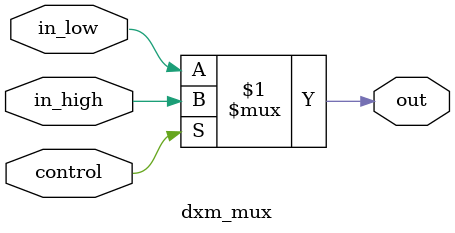
<source format=v>
module dxm_mux (
    in_low,
    in_high,
    control,
    out
    );
   parameter mux_width = 1;
`include "cc_params.inc"    
   input                   control;
   input  [mux_width-1:0]  in_low;
   input  [mux_width-1:0]  in_high;
   output [mux_width-1:0]  out;
   assign        out = control ? in_high : in_low;
endmodule

</source>
